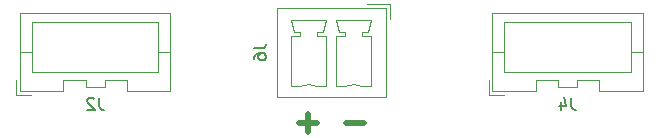
<source format=gbr>
%TF.GenerationSoftware,KiCad,Pcbnew,8.0.1*%
%TF.CreationDate,2024-04-18T14:43:13+09:00*%
%TF.ProjectId,STEP200-XA-motor-connector,53544550-3230-4302-9d58-412d6d6f746f,rev?*%
%TF.SameCoordinates,Original*%
%TF.FileFunction,Legend,Bot*%
%TF.FilePolarity,Positive*%
%FSLAX46Y46*%
G04 Gerber Fmt 4.6, Leading zero omitted, Abs format (unit mm)*
G04 Created by KiCad (PCBNEW 8.0.1) date 2024-04-18 14:43:13*
%MOMM*%
%LPD*%
G01*
G04 APERTURE LIST*
%ADD10C,0.500000*%
%ADD11C,0.150000*%
%ADD12C,0.120000*%
G04 APERTURE END LIST*
D10*
X118761904Y-69967333D02*
X117238095Y-69967333D01*
X117999999Y-70729238D02*
X117999999Y-69205428D01*
X122761904Y-69967333D02*
X121238095Y-69967333D01*
D11*
X113454819Y-63666666D02*
X114169104Y-63666666D01*
X114169104Y-63666666D02*
X114311961Y-63619047D01*
X114311961Y-63619047D02*
X114407200Y-63523809D01*
X114407200Y-63523809D02*
X114454819Y-63380952D01*
X114454819Y-63380952D02*
X114454819Y-63285714D01*
X113454819Y-64571428D02*
X113454819Y-64380952D01*
X113454819Y-64380952D02*
X113502438Y-64285714D01*
X113502438Y-64285714D02*
X113550057Y-64238095D01*
X113550057Y-64238095D02*
X113692914Y-64142857D01*
X113692914Y-64142857D02*
X113883390Y-64095238D01*
X113883390Y-64095238D02*
X114264342Y-64095238D01*
X114264342Y-64095238D02*
X114359580Y-64142857D01*
X114359580Y-64142857D02*
X114407200Y-64190476D01*
X114407200Y-64190476D02*
X114454819Y-64285714D01*
X114454819Y-64285714D02*
X114454819Y-64476190D01*
X114454819Y-64476190D02*
X114407200Y-64571428D01*
X114407200Y-64571428D02*
X114359580Y-64619047D01*
X114359580Y-64619047D02*
X114264342Y-64666666D01*
X114264342Y-64666666D02*
X114026247Y-64666666D01*
X114026247Y-64666666D02*
X113931009Y-64619047D01*
X113931009Y-64619047D02*
X113883390Y-64571428D01*
X113883390Y-64571428D02*
X113835771Y-64476190D01*
X113835771Y-64476190D02*
X113835771Y-64285714D01*
X113835771Y-64285714D02*
X113883390Y-64190476D01*
X113883390Y-64190476D02*
X113931009Y-64142857D01*
X113931009Y-64142857D02*
X114026247Y-64095238D01*
X140333333Y-67854819D02*
X140333333Y-68569104D01*
X140333333Y-68569104D02*
X140380952Y-68711961D01*
X140380952Y-68711961D02*
X140476190Y-68807200D01*
X140476190Y-68807200D02*
X140619047Y-68854819D01*
X140619047Y-68854819D02*
X140714285Y-68854819D01*
X139428571Y-68188152D02*
X139428571Y-68854819D01*
X139666666Y-67807200D02*
X139904761Y-68521485D01*
X139904761Y-68521485D02*
X139285714Y-68521485D01*
X100333333Y-67854819D02*
X100333333Y-68569104D01*
X100333333Y-68569104D02*
X100380952Y-68711961D01*
X100380952Y-68711961D02*
X100476190Y-68807200D01*
X100476190Y-68807200D02*
X100619047Y-68854819D01*
X100619047Y-68854819D02*
X100714285Y-68854819D01*
X99904761Y-67950057D02*
X99857142Y-67902438D01*
X99857142Y-67902438D02*
X99761904Y-67854819D01*
X99761904Y-67854819D02*
X99523809Y-67854819D01*
X99523809Y-67854819D02*
X99428571Y-67902438D01*
X99428571Y-67902438D02*
X99380952Y-67950057D01*
X99380952Y-67950057D02*
X99333333Y-68045295D01*
X99333333Y-68045295D02*
X99333333Y-68140533D01*
X99333333Y-68140533D02*
X99380952Y-68283390D01*
X99380952Y-68283390D02*
X99952380Y-68854819D01*
X99952380Y-68854819D02*
X99333333Y-68854819D01*
D12*
%TO.C,J6*%
X122987500Y-59892500D02*
X124987500Y-59892500D01*
X124987500Y-59892500D02*
X124987500Y-61142500D01*
X124597500Y-67752500D02*
X124597500Y-60282500D01*
X115367500Y-67752500D02*
X124597500Y-67752500D01*
X120387500Y-61242500D02*
X123387500Y-61242500D01*
X122637500Y-62592500D02*
X123387500Y-62592500D01*
X123387500Y-62592500D02*
X123387500Y-66892500D01*
X123387500Y-61242500D02*
X123137500Y-62242500D01*
X123137500Y-62242500D02*
X122637500Y-62242500D01*
X122637500Y-62242500D02*
X122637500Y-62592500D01*
X123387500Y-66892500D02*
X122637500Y-66892500D01*
X121137500Y-62592500D02*
X121137500Y-62242500D01*
X120387500Y-62592500D02*
X121137500Y-62592500D01*
X121137500Y-62242500D02*
X120637500Y-62242500D01*
X120637500Y-62242500D02*
X120387500Y-61242500D01*
X120387500Y-66892500D02*
X120387500Y-62592500D01*
X121137500Y-66892500D02*
X120387500Y-66892500D01*
X116577500Y-61242500D02*
X119577500Y-61242500D01*
X118827500Y-62592500D02*
X119577500Y-62592500D01*
X119577500Y-62592500D02*
X119577500Y-66892500D01*
X119577500Y-61242500D02*
X119327500Y-62242500D01*
X119327500Y-62242500D02*
X118827500Y-62242500D01*
X118827500Y-62242500D02*
X118827500Y-62592500D01*
X119577500Y-66892500D02*
X118827500Y-66892500D01*
X117327500Y-62592500D02*
X117327500Y-62242500D01*
X116577500Y-62592500D02*
X117327500Y-62592500D01*
X117327500Y-62242500D02*
X116827500Y-62242500D01*
X116827500Y-62242500D02*
X116577500Y-61242500D01*
X116577500Y-66892500D02*
X116577500Y-62592500D01*
X117327500Y-66892500D02*
X116577500Y-66892500D01*
X124597500Y-60282500D02*
X115367500Y-60282500D01*
X115367500Y-60282500D02*
X115367500Y-67752500D01*
X121137853Y-66892345D02*
G75*
G02*
X122637500Y-66892500I749647J-1700155D01*
G01*
X117327853Y-66892345D02*
G75*
G02*
X118827500Y-66892500I749647J-1700155D01*
G01*
%TO.C,J4*%
X133340000Y-66360000D02*
X133340000Y-67610000D01*
X133640000Y-60690000D02*
X133640000Y-67310000D01*
X134650000Y-64000000D02*
X133640000Y-64000000D01*
X146360000Y-60690000D02*
X133640000Y-60690000D01*
X133340000Y-67610000D02*
X134590000Y-67610000D01*
X134650000Y-61400000D02*
X134650000Y-65700000D01*
X145350000Y-61400000D02*
X134650000Y-61400000D01*
X133640000Y-67310000D02*
X137300000Y-67310000D01*
X137300000Y-67310000D02*
X137300000Y-66310000D01*
X139200000Y-66310000D02*
X139200000Y-66910000D01*
X137300000Y-66310000D02*
X139200000Y-66310000D01*
X139200000Y-66910000D02*
X140800000Y-66910000D01*
X140800000Y-66910000D02*
X140800000Y-66310000D01*
X142700000Y-66310000D02*
X142700000Y-67310000D01*
X140800000Y-66310000D02*
X142700000Y-66310000D01*
X134650000Y-65700000D02*
X145350000Y-65700000D01*
X145350000Y-65700000D02*
X145350000Y-61400000D01*
X142700000Y-67310000D02*
X146360000Y-67310000D01*
X145350000Y-64000000D02*
X146360000Y-64000000D01*
X146360000Y-67310000D02*
X146360000Y-60690000D01*
%TO.C,J2*%
X93340000Y-66360000D02*
X93340000Y-67610000D01*
X93640000Y-60690000D02*
X93640000Y-67310000D01*
X94650000Y-64000000D02*
X93640000Y-64000000D01*
X106360000Y-60690000D02*
X93640000Y-60690000D01*
X93340000Y-67610000D02*
X94590000Y-67610000D01*
X94650000Y-61400000D02*
X94650000Y-65700000D01*
X105350000Y-61400000D02*
X94650000Y-61400000D01*
X93640000Y-67310000D02*
X97300000Y-67310000D01*
X97300000Y-67310000D02*
X97300000Y-66310000D01*
X99200000Y-66310000D02*
X99200000Y-66910000D01*
X97300000Y-66310000D02*
X99200000Y-66310000D01*
X99200000Y-66910000D02*
X100800000Y-66910000D01*
X100800000Y-66910000D02*
X100800000Y-66310000D01*
X102700000Y-66310000D02*
X102700000Y-67310000D01*
X100800000Y-66310000D02*
X102700000Y-66310000D01*
X94650000Y-65700000D02*
X105350000Y-65700000D01*
X105350000Y-65700000D02*
X105350000Y-61400000D01*
X102700000Y-67310000D02*
X106360000Y-67310000D01*
X105350000Y-64000000D02*
X106360000Y-64000000D01*
X106360000Y-67310000D02*
X106360000Y-60690000D01*
%TD*%
M02*

</source>
